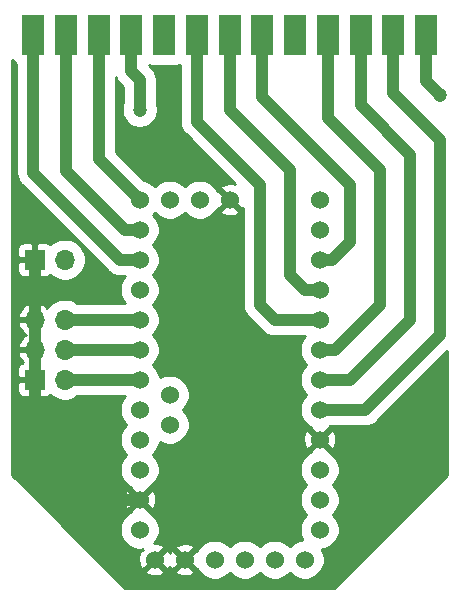
<source format=gbr>
G04 #@! TF.GenerationSoftware,KiCad,Pcbnew,5.1.5+dfsg1-2build2*
G04 #@! TF.CreationDate,2021-03-14T02:46:22+03:00*
G04 #@! TF.ProjectId,grbl-db25,6772626c-2d64-4623-9235-2e6b69636164,rev?*
G04 #@! TF.SameCoordinates,PX66f2fb0PY5e78920*
G04 #@! TF.FileFunction,Copper,L1,Top*
G04 #@! TF.FilePolarity,Positive*
%FSLAX46Y46*%
G04 Gerber Fmt 4.6, Leading zero omitted, Abs format (unit mm)*
G04 Created by KiCad (PCBNEW 5.1.5+dfsg1-2build2) date 2021-03-14 02:46:22*
%MOMM*%
%LPD*%
G04 APERTURE LIST*
%ADD10C,1.524000*%
%ADD11R,1.700000X1.700000*%
%ADD12O,1.700000X1.700000*%
%ADD13R,1.846667X3.480000*%
%ADD14C,1.200000*%
%ADD15C,1.000000*%
%ADD16C,0.254000*%
G04 APERTURE END LIST*
D10*
X13970000Y-35560000D03*
X26670000Y-36830000D03*
X26670000Y-39370000D03*
X26670000Y-41910000D03*
X26670000Y-44450000D03*
X26670000Y-34290000D03*
X26670000Y-16510000D03*
X11430000Y-16510000D03*
X11430000Y-19050000D03*
X11430000Y-21590000D03*
X11430000Y-24130000D03*
X11430000Y-26670000D03*
X11430000Y-29210000D03*
X11430000Y-31750000D03*
X11430000Y-34290000D03*
X11430000Y-36830000D03*
X11430000Y-41910000D03*
X16510000Y-16510000D03*
X13970000Y-16510000D03*
X13970000Y-33020000D03*
X26670000Y-21590000D03*
X11430000Y-39370000D03*
X26670000Y-19050000D03*
X11430000Y-44450000D03*
X20320000Y-46990000D03*
X22860000Y-46990000D03*
X25400000Y-46990000D03*
X17780000Y-46990000D03*
X15240000Y-46990000D03*
X12700000Y-46990000D03*
X19050000Y-16510000D03*
X26670000Y-31750000D03*
X26670000Y-29210000D03*
X26670000Y-26670000D03*
X26670000Y-24130000D03*
D11*
X2540000Y-31750000D03*
D12*
X5080000Y-31750000D03*
X2540000Y-29210000D03*
X5080000Y-29210000D03*
X2540000Y-26670000D03*
X5080000Y-26670000D03*
X5080000Y-21590000D03*
D11*
X2540000Y-21590000D03*
D13*
X35670000Y-2540000D03*
X32900000Y-2540000D03*
X30130000Y-2540000D03*
X27360000Y-2540000D03*
X24590000Y-2540000D03*
X21820000Y-2540000D03*
X19050000Y-2540000D03*
X16280000Y-2540000D03*
X13510000Y-2540000D03*
X10740000Y-2540000D03*
X7970000Y-2540000D03*
X5200000Y-2540000D03*
X2430000Y-2540000D03*
D14*
X36830000Y-7620000D03*
X11430000Y-8890000D03*
D15*
X2540000Y-26670000D02*
X2540000Y-29210000D01*
X2540000Y-29210000D02*
X2540000Y-31750000D01*
X2540000Y-21590000D02*
X2540000Y-26670000D01*
X11430000Y-41910000D02*
X10160000Y-41910000D01*
X2540000Y-34290000D02*
X2540000Y-31750000D01*
X10160000Y-41910000D02*
X2540000Y-34290000D01*
X32900000Y-7500000D02*
X32900000Y-2540000D01*
X36830000Y-11430000D02*
X32900000Y-7500000D01*
X30480000Y-34290000D02*
X36830000Y-27940000D01*
X26670000Y-34290000D02*
X30480000Y-34290000D01*
X36830000Y-27940000D02*
X36830000Y-11430000D01*
X7970000Y-13050000D02*
X11430000Y-16510000D01*
X7970000Y-2540000D02*
X7970000Y-13050000D01*
X10160000Y-19050000D02*
X11430000Y-19050000D01*
X5200000Y-14090000D02*
X5200000Y-2540000D01*
X10160000Y-19050000D02*
X5200000Y-14090000D01*
X9770001Y-21590000D02*
X11430000Y-21590000D01*
X2430000Y-14249999D02*
X2430000Y-2540000D01*
X9770001Y-21590000D02*
X2430000Y-14249999D01*
X11430000Y-26670000D02*
X5080000Y-26670000D01*
X11430000Y-29210000D02*
X5080000Y-29210000D01*
X11430000Y-31750000D02*
X5080000Y-31750000D01*
X16280000Y-9930000D02*
X16280000Y-2540000D01*
X21590000Y-15240000D02*
X16280000Y-9930000D01*
X21590000Y-25400000D02*
X21590000Y-15240000D01*
X22860000Y-26670000D02*
X21590000Y-25400000D01*
X26670000Y-26670000D02*
X22860000Y-26670000D01*
X35670000Y-6460000D02*
X36830000Y-7620000D01*
X35670000Y-2540000D02*
X35670000Y-6460000D01*
X30130000Y-8540000D02*
X30130000Y-2540000D01*
X34290000Y-12700000D02*
X30130000Y-8540000D01*
X29210000Y-31750000D02*
X34290000Y-26670000D01*
X26670000Y-31750000D02*
X29210000Y-31750000D01*
X34290000Y-26670000D02*
X34290000Y-12700000D01*
X27360000Y-9580000D02*
X31750000Y-13970000D01*
X27360000Y-2540000D02*
X27360000Y-9580000D01*
X27940000Y-29210000D02*
X31750000Y-25400000D01*
X26670000Y-29210000D02*
X27940000Y-29210000D01*
X31750000Y-13970000D02*
X31750000Y-25400000D01*
X27747630Y-21590000D02*
X26670000Y-21590000D01*
X29210000Y-15240000D02*
X29210000Y-20127630D01*
X29210000Y-20127630D02*
X27747630Y-21590000D01*
X21820000Y-7850000D02*
X29210000Y-15240000D01*
X21820000Y-2540000D02*
X21820000Y-7850000D01*
X26670000Y-24130000D02*
X25400000Y-24130000D01*
X25400000Y-24130000D02*
X24130000Y-22860000D01*
X24130000Y-22860000D02*
X24130000Y-13970000D01*
X24130000Y-13970000D02*
X19050000Y-8890000D01*
X19050000Y-8890000D02*
X19050000Y-2540000D01*
X10740000Y-5660000D02*
X11430000Y-6350000D01*
X10740000Y-2540000D02*
X10740000Y-5660000D01*
X11430000Y-6350000D02*
X11430000Y-8890000D01*
D16*
G36*
X732166Y-4797505D02*
G01*
X848008Y-4938659D01*
X989162Y-5054501D01*
X1003001Y-5061898D01*
X1003000Y-14179911D01*
X996097Y-14249999D01*
X1003000Y-14320087D01*
X1003000Y-14320096D01*
X1023648Y-14529739D01*
X1105245Y-14798729D01*
X1237752Y-15046632D01*
X1270641Y-15086707D01*
X1371392Y-15209473D01*
X1371395Y-15209476D01*
X1416077Y-15263921D01*
X1470523Y-15308604D01*
X8711396Y-22549478D01*
X8756078Y-22603923D01*
X8810523Y-22648605D01*
X8810526Y-22648608D01*
X8832541Y-22666675D01*
X8973367Y-22782248D01*
X9221270Y-22914755D01*
X9490260Y-22996352D01*
X9699903Y-23017000D01*
X9699913Y-23017000D01*
X9770001Y-23023903D01*
X9840089Y-23017000D01*
X10154393Y-23017000D01*
X10118068Y-23053325D01*
X9933228Y-23329959D01*
X9805908Y-23637337D01*
X9741000Y-23963648D01*
X9741000Y-24296352D01*
X9805908Y-24622663D01*
X9933228Y-24930041D01*
X10118068Y-25206675D01*
X10154393Y-25243000D01*
X6142859Y-25243000D01*
X5921725Y-25095243D01*
X5598332Y-24961289D01*
X5255019Y-24893000D01*
X4904981Y-24893000D01*
X4561668Y-24961289D01*
X4238275Y-25095243D01*
X3947229Y-25289714D01*
X3699714Y-25537229D01*
X3621106Y-25654874D01*
X3421355Y-25474822D01*
X3171252Y-25325843D01*
X2896891Y-25228519D01*
X2667000Y-25349186D01*
X2667000Y-26543000D01*
X2687000Y-26543000D01*
X2687000Y-26797000D01*
X2667000Y-26797000D01*
X2667000Y-29083000D01*
X2687000Y-29083000D01*
X2687000Y-29337000D01*
X2667000Y-29337000D01*
X2667000Y-31623000D01*
X2687000Y-31623000D01*
X2687000Y-31877000D01*
X2667000Y-31877000D01*
X2667000Y-33076250D01*
X2825750Y-33235000D01*
X3390000Y-33238072D01*
X3514482Y-33225812D01*
X3634180Y-33189502D01*
X3744494Y-33130537D01*
X3841185Y-33051185D01*
X3853330Y-33036387D01*
X3947229Y-33130286D01*
X4238275Y-33324757D01*
X4561668Y-33458711D01*
X4904981Y-33527000D01*
X5255019Y-33527000D01*
X5598332Y-33458711D01*
X5921725Y-33324757D01*
X6142859Y-33177000D01*
X10154393Y-33177000D01*
X10118068Y-33213325D01*
X9933228Y-33489959D01*
X9805908Y-33797337D01*
X9741000Y-34123648D01*
X9741000Y-34456352D01*
X9805908Y-34782663D01*
X9933228Y-35090041D01*
X10118068Y-35366675D01*
X10311393Y-35560000D01*
X10118068Y-35753325D01*
X9933228Y-36029959D01*
X9805908Y-36337337D01*
X9741000Y-36663648D01*
X9741000Y-36996352D01*
X9805908Y-37322663D01*
X9933228Y-37630041D01*
X10118068Y-37906675D01*
X10311393Y-38100000D01*
X10118068Y-38293325D01*
X9933228Y-38569959D01*
X9805908Y-38877337D01*
X9741000Y-39203648D01*
X9741000Y-39536352D01*
X9805908Y-39862663D01*
X9933228Y-40170041D01*
X10118068Y-40446675D01*
X10353325Y-40681932D01*
X10629959Y-40866772D01*
X10662003Y-40880045D01*
X10644040Y-40944435D01*
X11430000Y-41730395D01*
X12215960Y-40944435D01*
X12197997Y-40880045D01*
X12230041Y-40866772D01*
X12506675Y-40681932D01*
X12741932Y-40446675D01*
X12926772Y-40170041D01*
X13054092Y-39862663D01*
X13119000Y-39536352D01*
X13119000Y-39203648D01*
X13054092Y-38877337D01*
X12926772Y-38569959D01*
X12741932Y-38293325D01*
X12548607Y-38100000D01*
X12741932Y-37906675D01*
X12926772Y-37630041D01*
X13054092Y-37322663D01*
X13114370Y-37019629D01*
X13169959Y-37056772D01*
X13477337Y-37184092D01*
X13803648Y-37249000D01*
X14136352Y-37249000D01*
X14462663Y-37184092D01*
X14770041Y-37056772D01*
X15001649Y-36902017D01*
X25268090Y-36902017D01*
X25309078Y-37174133D01*
X25402364Y-37433023D01*
X25464344Y-37548980D01*
X25704435Y-37615960D01*
X26490395Y-36830000D01*
X26849605Y-36830000D01*
X27635565Y-37615960D01*
X27875656Y-37548980D01*
X27992756Y-37299952D01*
X28059023Y-37032865D01*
X28071910Y-36757983D01*
X28030922Y-36485867D01*
X27937636Y-36226977D01*
X27875656Y-36111020D01*
X27635565Y-36044040D01*
X26849605Y-36830000D01*
X26490395Y-36830000D01*
X25704435Y-36044040D01*
X25464344Y-36111020D01*
X25347244Y-36360048D01*
X25280977Y-36627135D01*
X25268090Y-36902017D01*
X15001649Y-36902017D01*
X15046675Y-36871932D01*
X15281932Y-36636675D01*
X15466772Y-36360041D01*
X15594092Y-36052663D01*
X15659000Y-35726352D01*
X15659000Y-35393648D01*
X15594092Y-35067337D01*
X15466772Y-34759959D01*
X15281932Y-34483325D01*
X15088607Y-34290000D01*
X15281932Y-34096675D01*
X15466772Y-33820041D01*
X15594092Y-33512663D01*
X15659000Y-33186352D01*
X15659000Y-32853648D01*
X15594092Y-32527337D01*
X15466772Y-32219959D01*
X15281932Y-31943325D01*
X15046675Y-31708068D01*
X14770041Y-31523228D01*
X14462663Y-31395908D01*
X14136352Y-31331000D01*
X13803648Y-31331000D01*
X13477337Y-31395908D01*
X13169959Y-31523228D01*
X13114370Y-31560371D01*
X13054092Y-31257337D01*
X12926772Y-30949959D01*
X12741932Y-30673325D01*
X12548607Y-30480000D01*
X12741932Y-30286675D01*
X12926772Y-30010041D01*
X13054092Y-29702663D01*
X13119000Y-29376352D01*
X13119000Y-29043648D01*
X13054092Y-28717337D01*
X12926772Y-28409959D01*
X12741932Y-28133325D01*
X12548607Y-27940000D01*
X12741932Y-27746675D01*
X12926772Y-27470041D01*
X13054092Y-27162663D01*
X13119000Y-26836352D01*
X13119000Y-26503648D01*
X13054092Y-26177337D01*
X12926772Y-25869959D01*
X12741932Y-25593325D01*
X12548607Y-25400000D01*
X12741932Y-25206675D01*
X12926772Y-24930041D01*
X13054092Y-24622663D01*
X13119000Y-24296352D01*
X13119000Y-23963648D01*
X13054092Y-23637337D01*
X12926772Y-23329959D01*
X12741932Y-23053325D01*
X12548607Y-22860000D01*
X12741932Y-22666675D01*
X12926772Y-22390041D01*
X13054092Y-22082663D01*
X13119000Y-21756352D01*
X13119000Y-21423648D01*
X13054092Y-21097337D01*
X12926772Y-20789959D01*
X12741932Y-20513325D01*
X12548607Y-20320000D01*
X12741932Y-20126675D01*
X12926772Y-19850041D01*
X13054092Y-19542663D01*
X13119000Y-19216352D01*
X13119000Y-18883648D01*
X13054092Y-18557337D01*
X12926772Y-18249959D01*
X12741932Y-17973325D01*
X12548607Y-17780000D01*
X12700000Y-17628607D01*
X12893325Y-17821932D01*
X13169959Y-18006772D01*
X13477337Y-18134092D01*
X13803648Y-18199000D01*
X14136352Y-18199000D01*
X14462663Y-18134092D01*
X14770041Y-18006772D01*
X15046675Y-17821932D01*
X15240000Y-17628607D01*
X15433325Y-17821932D01*
X15709959Y-18006772D01*
X16017337Y-18134092D01*
X16343648Y-18199000D01*
X16676352Y-18199000D01*
X17002663Y-18134092D01*
X17310041Y-18006772D01*
X17586675Y-17821932D01*
X17821932Y-17586675D01*
X17896172Y-17475565D01*
X18264040Y-17475565D01*
X18331020Y-17715656D01*
X18580048Y-17832756D01*
X18847135Y-17899023D01*
X19122017Y-17911910D01*
X19394133Y-17870922D01*
X19653023Y-17777636D01*
X19768980Y-17715656D01*
X19835960Y-17475565D01*
X19050000Y-16689605D01*
X18264040Y-17475565D01*
X17896172Y-17475565D01*
X18006772Y-17310041D01*
X18020045Y-17277997D01*
X18084435Y-17295960D01*
X18870395Y-16510000D01*
X18084435Y-15724040D01*
X18020045Y-15742003D01*
X18006772Y-15709959D01*
X17821932Y-15433325D01*
X17586675Y-15198068D01*
X17310041Y-15013228D01*
X17002663Y-14885908D01*
X16676352Y-14821000D01*
X16343648Y-14821000D01*
X16017337Y-14885908D01*
X15709959Y-15013228D01*
X15433325Y-15198068D01*
X15240000Y-15391393D01*
X15046675Y-15198068D01*
X14770041Y-15013228D01*
X14462663Y-14885908D01*
X14136352Y-14821000D01*
X13803648Y-14821000D01*
X13477337Y-14885908D01*
X13169959Y-15013228D01*
X12893325Y-15198068D01*
X12700000Y-15391393D01*
X12506675Y-15198068D01*
X12230041Y-15013228D01*
X11922663Y-14885908D01*
X11799490Y-14861407D01*
X9397000Y-12458918D01*
X9397000Y-6148582D01*
X9415246Y-6208731D01*
X9547753Y-6456634D01*
X9681392Y-6619474D01*
X9681396Y-6619478D01*
X9726078Y-6673923D01*
X9780524Y-6718606D01*
X10003000Y-6941082D01*
X10003001Y-8344836D01*
X9961681Y-8444590D01*
X9903000Y-8739604D01*
X9903000Y-9040396D01*
X9961681Y-9335410D01*
X10076790Y-9613306D01*
X10243901Y-9863406D01*
X10456594Y-10076099D01*
X10706694Y-10243210D01*
X10984590Y-10358319D01*
X11279604Y-10417000D01*
X11580396Y-10417000D01*
X11875410Y-10358319D01*
X12153306Y-10243210D01*
X12403406Y-10076099D01*
X12616099Y-9863406D01*
X12783210Y-9613306D01*
X12898319Y-9335410D01*
X12957000Y-9040396D01*
X12957000Y-8739604D01*
X12898319Y-8444590D01*
X12857000Y-8344838D01*
X12857000Y-6420087D01*
X12863903Y-6349999D01*
X12857000Y-6279911D01*
X12857000Y-6279902D01*
X12836352Y-6070259D01*
X12754755Y-5801269D01*
X12622248Y-5553366D01*
X12443922Y-5336077D01*
X12389472Y-5291391D01*
X12242344Y-5144263D01*
X12404943Y-5193587D01*
X12586667Y-5211485D01*
X14433333Y-5211485D01*
X14615057Y-5193587D01*
X14789797Y-5140580D01*
X14853001Y-5106797D01*
X14853000Y-9859912D01*
X14846097Y-9930000D01*
X14853000Y-10000088D01*
X14853000Y-10000097D01*
X14873648Y-10209740D01*
X14955245Y-10478730D01*
X15037900Y-10633366D01*
X15087753Y-10726634D01*
X15221392Y-10889474D01*
X15221395Y-10889477D01*
X15266077Y-10943922D01*
X15320523Y-10988605D01*
X19518900Y-15186983D01*
X19252865Y-15120977D01*
X18977983Y-15108090D01*
X18705867Y-15149078D01*
X18446977Y-15242364D01*
X18331020Y-15304344D01*
X18264040Y-15544435D01*
X19050000Y-16330395D01*
X19064143Y-16316253D01*
X19243748Y-16495858D01*
X19229605Y-16510000D01*
X20015565Y-17295960D01*
X20163001Y-17254829D01*
X20163000Y-25329912D01*
X20156097Y-25400000D01*
X20163000Y-25470088D01*
X20163000Y-25470097D01*
X20183648Y-25679740D01*
X20265245Y-25948730D01*
X20397752Y-26196633D01*
X20397753Y-26196634D01*
X20531392Y-26359474D01*
X20531393Y-26359475D01*
X20576077Y-26413922D01*
X20630523Y-26458605D01*
X21801390Y-27629472D01*
X21846077Y-27683923D01*
X22063366Y-27862248D01*
X22311269Y-27994755D01*
X22580259Y-28076352D01*
X22789902Y-28097000D01*
X22789911Y-28097000D01*
X22859999Y-28103903D01*
X22930087Y-28097000D01*
X25394393Y-28097000D01*
X25358068Y-28133325D01*
X25173228Y-28409959D01*
X25045908Y-28717337D01*
X24981000Y-29043648D01*
X24981000Y-29376352D01*
X25045908Y-29702663D01*
X25173228Y-30010041D01*
X25358068Y-30286675D01*
X25551393Y-30480000D01*
X25358068Y-30673325D01*
X25173228Y-30949959D01*
X25045908Y-31257337D01*
X24981000Y-31583648D01*
X24981000Y-31916352D01*
X25045908Y-32242663D01*
X25173228Y-32550041D01*
X25358068Y-32826675D01*
X25551393Y-33020000D01*
X25358068Y-33213325D01*
X25173228Y-33489959D01*
X25045908Y-33797337D01*
X24981000Y-34123648D01*
X24981000Y-34456352D01*
X25045908Y-34782663D01*
X25173228Y-35090041D01*
X25358068Y-35366675D01*
X25593325Y-35601932D01*
X25869959Y-35786772D01*
X25902003Y-35800045D01*
X25884040Y-35864435D01*
X26670000Y-36650395D01*
X27455960Y-35864435D01*
X27437997Y-35800045D01*
X27470041Y-35786772D01*
X27574463Y-35717000D01*
X30409912Y-35717000D01*
X30480000Y-35723903D01*
X30550088Y-35717000D01*
X30550098Y-35717000D01*
X30759741Y-35696352D01*
X31028731Y-35614755D01*
X31276634Y-35482248D01*
X31493923Y-35303923D01*
X31538609Y-35249473D01*
X37440001Y-29348082D01*
X37440001Y-39850393D01*
X27887394Y-49403000D01*
X10212606Y-49403000D01*
X8765171Y-47955565D01*
X11914040Y-47955565D01*
X11981020Y-48195656D01*
X12230048Y-48312756D01*
X12497135Y-48379023D01*
X12772017Y-48391910D01*
X13044133Y-48350922D01*
X13303023Y-48257636D01*
X13418980Y-48195656D01*
X13485960Y-47955565D01*
X14454040Y-47955565D01*
X14521020Y-48195656D01*
X14770048Y-48312756D01*
X15037135Y-48379023D01*
X15312017Y-48391910D01*
X15584133Y-48350922D01*
X15843023Y-48257636D01*
X15958980Y-48195656D01*
X16025960Y-47955565D01*
X15240000Y-47169605D01*
X14454040Y-47955565D01*
X13485960Y-47955565D01*
X12700000Y-47169605D01*
X11914040Y-47955565D01*
X8765171Y-47955565D01*
X5093254Y-44283648D01*
X9741000Y-44283648D01*
X9741000Y-44616352D01*
X9805908Y-44942663D01*
X9933228Y-45250041D01*
X10118068Y-45526675D01*
X10353325Y-45761932D01*
X10629959Y-45946772D01*
X10937337Y-46074092D01*
X11263648Y-46139000D01*
X11596352Y-46139000D01*
X11657274Y-46126882D01*
X11734433Y-46204041D01*
X11494344Y-46271020D01*
X11377244Y-46520048D01*
X11310977Y-46787135D01*
X11298090Y-47062017D01*
X11339078Y-47334133D01*
X11432364Y-47593023D01*
X11494344Y-47708980D01*
X11734435Y-47775960D01*
X12520395Y-46990000D01*
X12879605Y-46990000D01*
X13665565Y-47775960D01*
X13905656Y-47708980D01*
X13967079Y-47578356D01*
X13972364Y-47593023D01*
X14034344Y-47708980D01*
X14274435Y-47775960D01*
X15060395Y-46990000D01*
X15419605Y-46990000D01*
X16205565Y-47775960D01*
X16269955Y-47757997D01*
X16283228Y-47790041D01*
X16468068Y-48066675D01*
X16703325Y-48301932D01*
X16979959Y-48486772D01*
X17287337Y-48614092D01*
X17613648Y-48679000D01*
X17946352Y-48679000D01*
X18272663Y-48614092D01*
X18580041Y-48486772D01*
X18856675Y-48301932D01*
X19050000Y-48108607D01*
X19243325Y-48301932D01*
X19519959Y-48486772D01*
X19827337Y-48614092D01*
X20153648Y-48679000D01*
X20486352Y-48679000D01*
X20812663Y-48614092D01*
X21120041Y-48486772D01*
X21396675Y-48301932D01*
X21590000Y-48108607D01*
X21783325Y-48301932D01*
X22059959Y-48486772D01*
X22367337Y-48614092D01*
X22693648Y-48679000D01*
X23026352Y-48679000D01*
X23352663Y-48614092D01*
X23660041Y-48486772D01*
X23936675Y-48301932D01*
X24130000Y-48108607D01*
X24323325Y-48301932D01*
X24599959Y-48486772D01*
X24907337Y-48614092D01*
X25233648Y-48679000D01*
X25566352Y-48679000D01*
X25892663Y-48614092D01*
X26200041Y-48486772D01*
X26476675Y-48301932D01*
X26711932Y-48066675D01*
X26896772Y-47790041D01*
X27024092Y-47482663D01*
X27089000Y-47156352D01*
X27089000Y-46823648D01*
X27024092Y-46497337D01*
X26896772Y-46189959D01*
X26859629Y-46134370D01*
X27162663Y-46074092D01*
X27470041Y-45946772D01*
X27746675Y-45761932D01*
X27981932Y-45526675D01*
X28166772Y-45250041D01*
X28294092Y-44942663D01*
X28359000Y-44616352D01*
X28359000Y-44283648D01*
X28294092Y-43957337D01*
X28166772Y-43649959D01*
X27981932Y-43373325D01*
X27788607Y-43180000D01*
X27981932Y-42986675D01*
X28166772Y-42710041D01*
X28294092Y-42402663D01*
X28359000Y-42076352D01*
X28359000Y-41743648D01*
X28294092Y-41417337D01*
X28166772Y-41109959D01*
X27981932Y-40833325D01*
X27788607Y-40640000D01*
X27981932Y-40446675D01*
X28166772Y-40170041D01*
X28294092Y-39862663D01*
X28359000Y-39536352D01*
X28359000Y-39203648D01*
X28294092Y-38877337D01*
X28166772Y-38569959D01*
X27981932Y-38293325D01*
X27746675Y-38058068D01*
X27470041Y-37873228D01*
X27437997Y-37859955D01*
X27455960Y-37795565D01*
X26670000Y-37009605D01*
X25884040Y-37795565D01*
X25902003Y-37859955D01*
X25869959Y-37873228D01*
X25593325Y-38058068D01*
X25358068Y-38293325D01*
X25173228Y-38569959D01*
X25045908Y-38877337D01*
X24981000Y-39203648D01*
X24981000Y-39536352D01*
X25045908Y-39862663D01*
X25173228Y-40170041D01*
X25358068Y-40446675D01*
X25551393Y-40640000D01*
X25358068Y-40833325D01*
X25173228Y-41109959D01*
X25045908Y-41417337D01*
X24981000Y-41743648D01*
X24981000Y-42076352D01*
X25045908Y-42402663D01*
X25173228Y-42710041D01*
X25358068Y-42986675D01*
X25551393Y-43180000D01*
X25358068Y-43373325D01*
X25173228Y-43649959D01*
X25045908Y-43957337D01*
X24981000Y-44283648D01*
X24981000Y-44616352D01*
X25045908Y-44942663D01*
X25173228Y-45250041D01*
X25210371Y-45305630D01*
X24907337Y-45365908D01*
X24599959Y-45493228D01*
X24323325Y-45678068D01*
X24130000Y-45871393D01*
X23936675Y-45678068D01*
X23660041Y-45493228D01*
X23352663Y-45365908D01*
X23026352Y-45301000D01*
X22693648Y-45301000D01*
X22367337Y-45365908D01*
X22059959Y-45493228D01*
X21783325Y-45678068D01*
X21590000Y-45871393D01*
X21396675Y-45678068D01*
X21120041Y-45493228D01*
X20812663Y-45365908D01*
X20486352Y-45301000D01*
X20153648Y-45301000D01*
X19827337Y-45365908D01*
X19519959Y-45493228D01*
X19243325Y-45678068D01*
X19050000Y-45871393D01*
X18856675Y-45678068D01*
X18580041Y-45493228D01*
X18272663Y-45365908D01*
X17946352Y-45301000D01*
X17613648Y-45301000D01*
X17287337Y-45365908D01*
X16979959Y-45493228D01*
X16703325Y-45678068D01*
X16468068Y-45913325D01*
X16283228Y-46189959D01*
X16269955Y-46222003D01*
X16205565Y-46204040D01*
X15419605Y-46990000D01*
X15060395Y-46990000D01*
X14274435Y-46204040D01*
X14034344Y-46271020D01*
X13972921Y-46401644D01*
X13967636Y-46386977D01*
X13905656Y-46271020D01*
X13665565Y-46204040D01*
X12879605Y-46990000D01*
X12520395Y-46990000D01*
X12506253Y-46975858D01*
X12685858Y-46796253D01*
X12700000Y-46810395D01*
X13485960Y-46024435D01*
X14454040Y-46024435D01*
X15240000Y-46810395D01*
X16025960Y-46024435D01*
X15958980Y-45784344D01*
X15709952Y-45667244D01*
X15442865Y-45600977D01*
X15167983Y-45588090D01*
X14895867Y-45629078D01*
X14636977Y-45722364D01*
X14521020Y-45784344D01*
X14454040Y-46024435D01*
X13485960Y-46024435D01*
X13418980Y-45784344D01*
X13169952Y-45667244D01*
X12902865Y-45600977D01*
X12678164Y-45590443D01*
X12741932Y-45526675D01*
X12926772Y-45250041D01*
X13054092Y-44942663D01*
X13119000Y-44616352D01*
X13119000Y-44283648D01*
X13054092Y-43957337D01*
X12926772Y-43649959D01*
X12741932Y-43373325D01*
X12506675Y-43138068D01*
X12230041Y-42953228D01*
X12197997Y-42939955D01*
X12215960Y-42875565D01*
X11430000Y-42089605D01*
X10644040Y-42875565D01*
X10662003Y-42939955D01*
X10629959Y-42953228D01*
X10353325Y-43138068D01*
X10118068Y-43373325D01*
X9933228Y-43649959D01*
X9805908Y-43957337D01*
X9741000Y-44283648D01*
X5093254Y-44283648D01*
X2791623Y-41982017D01*
X10028090Y-41982017D01*
X10069078Y-42254133D01*
X10162364Y-42513023D01*
X10224344Y-42628980D01*
X10464435Y-42695960D01*
X11250395Y-41910000D01*
X11609605Y-41910000D01*
X12395565Y-42695960D01*
X12635656Y-42628980D01*
X12752756Y-42379952D01*
X12819023Y-42112865D01*
X12831910Y-41837983D01*
X12790922Y-41565867D01*
X12697636Y-41306977D01*
X12635656Y-41191020D01*
X12395565Y-41124040D01*
X11609605Y-41910000D01*
X11250395Y-41910000D01*
X10464435Y-41124040D01*
X10224344Y-41191020D01*
X10107244Y-41440048D01*
X10040977Y-41707135D01*
X10028090Y-41982017D01*
X2791623Y-41982017D01*
X660000Y-39850394D01*
X660000Y-32600000D01*
X1051928Y-32600000D01*
X1064188Y-32724482D01*
X1100498Y-32844180D01*
X1159463Y-32954494D01*
X1238815Y-33051185D01*
X1335506Y-33130537D01*
X1445820Y-33189502D01*
X1565518Y-33225812D01*
X1690000Y-33238072D01*
X2254250Y-33235000D01*
X2413000Y-33076250D01*
X2413000Y-31877000D01*
X1213750Y-31877000D01*
X1055000Y-32035750D01*
X1051928Y-32600000D01*
X660000Y-32600000D01*
X660000Y-30900000D01*
X1051928Y-30900000D01*
X1055000Y-31464250D01*
X1213750Y-31623000D01*
X2413000Y-31623000D01*
X2413000Y-29337000D01*
X1219845Y-29337000D01*
X1098524Y-29566890D01*
X1143175Y-29714099D01*
X1268359Y-29976920D01*
X1442412Y-30210269D01*
X1526466Y-30286034D01*
X1445820Y-30310498D01*
X1335506Y-30369463D01*
X1238815Y-30448815D01*
X1159463Y-30545506D01*
X1100498Y-30655820D01*
X1064188Y-30775518D01*
X1051928Y-30900000D01*
X660000Y-30900000D01*
X660000Y-27026890D01*
X1098524Y-27026890D01*
X1143175Y-27174099D01*
X1268359Y-27436920D01*
X1442412Y-27670269D01*
X1658645Y-27865178D01*
X1784255Y-27940000D01*
X1658645Y-28014822D01*
X1442412Y-28209731D01*
X1268359Y-28443080D01*
X1143175Y-28705901D01*
X1098524Y-28853110D01*
X1219845Y-29083000D01*
X2413000Y-29083000D01*
X2413000Y-26797000D01*
X1219845Y-26797000D01*
X1098524Y-27026890D01*
X660000Y-27026890D01*
X660000Y-26313110D01*
X1098524Y-26313110D01*
X1219845Y-26543000D01*
X2413000Y-26543000D01*
X2413000Y-25349186D01*
X2183109Y-25228519D01*
X1908748Y-25325843D01*
X1658645Y-25474822D01*
X1442412Y-25669731D01*
X1268359Y-25903080D01*
X1143175Y-26165901D01*
X1098524Y-26313110D01*
X660000Y-26313110D01*
X660000Y-22440000D01*
X1051928Y-22440000D01*
X1064188Y-22564482D01*
X1100498Y-22684180D01*
X1159463Y-22794494D01*
X1238815Y-22891185D01*
X1335506Y-22970537D01*
X1445820Y-23029502D01*
X1565518Y-23065812D01*
X1690000Y-23078072D01*
X2254250Y-23075000D01*
X2413000Y-22916250D01*
X2413000Y-21717000D01*
X1213750Y-21717000D01*
X1055000Y-21875750D01*
X1051928Y-22440000D01*
X660000Y-22440000D01*
X660000Y-20740000D01*
X1051928Y-20740000D01*
X1055000Y-21304250D01*
X1213750Y-21463000D01*
X2413000Y-21463000D01*
X2413000Y-20263750D01*
X2667000Y-20263750D01*
X2667000Y-21463000D01*
X2687000Y-21463000D01*
X2687000Y-21717000D01*
X2667000Y-21717000D01*
X2667000Y-22916250D01*
X2825750Y-23075000D01*
X3390000Y-23078072D01*
X3514482Y-23065812D01*
X3634180Y-23029502D01*
X3744494Y-22970537D01*
X3841185Y-22891185D01*
X3853330Y-22876387D01*
X3947229Y-22970286D01*
X4238275Y-23164757D01*
X4561668Y-23298711D01*
X4904981Y-23367000D01*
X5255019Y-23367000D01*
X5598332Y-23298711D01*
X5921725Y-23164757D01*
X6212771Y-22970286D01*
X6460286Y-22722771D01*
X6654757Y-22431725D01*
X6788711Y-22108332D01*
X6857000Y-21765019D01*
X6857000Y-21414981D01*
X6788711Y-21071668D01*
X6654757Y-20748275D01*
X6460286Y-20457229D01*
X6212771Y-20209714D01*
X5921725Y-20015243D01*
X5598332Y-19881289D01*
X5255019Y-19813000D01*
X4904981Y-19813000D01*
X4561668Y-19881289D01*
X4238275Y-20015243D01*
X3947229Y-20209714D01*
X3853330Y-20303613D01*
X3841185Y-20288815D01*
X3744494Y-20209463D01*
X3634180Y-20150498D01*
X3514482Y-20114188D01*
X3390000Y-20101928D01*
X2825750Y-20105000D01*
X2667000Y-20263750D01*
X2413000Y-20263750D01*
X2254250Y-20105000D01*
X1690000Y-20101928D01*
X1565518Y-20114188D01*
X1445820Y-20150498D01*
X1335506Y-20209463D01*
X1238815Y-20288815D01*
X1159463Y-20385506D01*
X1100498Y-20495820D01*
X1064188Y-20615518D01*
X1051928Y-20740000D01*
X660000Y-20740000D01*
X660000Y-4662493D01*
X732166Y-4797505D01*
G37*
X732166Y-4797505D02*
X848008Y-4938659D01*
X989162Y-5054501D01*
X1003001Y-5061898D01*
X1003000Y-14179911D01*
X996097Y-14249999D01*
X1003000Y-14320087D01*
X1003000Y-14320096D01*
X1023648Y-14529739D01*
X1105245Y-14798729D01*
X1237752Y-15046632D01*
X1270641Y-15086707D01*
X1371392Y-15209473D01*
X1371395Y-15209476D01*
X1416077Y-15263921D01*
X1470523Y-15308604D01*
X8711396Y-22549478D01*
X8756078Y-22603923D01*
X8810523Y-22648605D01*
X8810526Y-22648608D01*
X8832541Y-22666675D01*
X8973367Y-22782248D01*
X9221270Y-22914755D01*
X9490260Y-22996352D01*
X9699903Y-23017000D01*
X9699913Y-23017000D01*
X9770001Y-23023903D01*
X9840089Y-23017000D01*
X10154393Y-23017000D01*
X10118068Y-23053325D01*
X9933228Y-23329959D01*
X9805908Y-23637337D01*
X9741000Y-23963648D01*
X9741000Y-24296352D01*
X9805908Y-24622663D01*
X9933228Y-24930041D01*
X10118068Y-25206675D01*
X10154393Y-25243000D01*
X6142859Y-25243000D01*
X5921725Y-25095243D01*
X5598332Y-24961289D01*
X5255019Y-24893000D01*
X4904981Y-24893000D01*
X4561668Y-24961289D01*
X4238275Y-25095243D01*
X3947229Y-25289714D01*
X3699714Y-25537229D01*
X3621106Y-25654874D01*
X3421355Y-25474822D01*
X3171252Y-25325843D01*
X2896891Y-25228519D01*
X2667000Y-25349186D01*
X2667000Y-26543000D01*
X2687000Y-26543000D01*
X2687000Y-26797000D01*
X2667000Y-26797000D01*
X2667000Y-29083000D01*
X2687000Y-29083000D01*
X2687000Y-29337000D01*
X2667000Y-29337000D01*
X2667000Y-31623000D01*
X2687000Y-31623000D01*
X2687000Y-31877000D01*
X2667000Y-31877000D01*
X2667000Y-33076250D01*
X2825750Y-33235000D01*
X3390000Y-33238072D01*
X3514482Y-33225812D01*
X3634180Y-33189502D01*
X3744494Y-33130537D01*
X3841185Y-33051185D01*
X3853330Y-33036387D01*
X3947229Y-33130286D01*
X4238275Y-33324757D01*
X4561668Y-33458711D01*
X4904981Y-33527000D01*
X5255019Y-33527000D01*
X5598332Y-33458711D01*
X5921725Y-33324757D01*
X6142859Y-33177000D01*
X10154393Y-33177000D01*
X10118068Y-33213325D01*
X9933228Y-33489959D01*
X9805908Y-33797337D01*
X9741000Y-34123648D01*
X9741000Y-34456352D01*
X9805908Y-34782663D01*
X9933228Y-35090041D01*
X10118068Y-35366675D01*
X10311393Y-35560000D01*
X10118068Y-35753325D01*
X9933228Y-36029959D01*
X9805908Y-36337337D01*
X9741000Y-36663648D01*
X9741000Y-36996352D01*
X9805908Y-37322663D01*
X9933228Y-37630041D01*
X10118068Y-37906675D01*
X10311393Y-38100000D01*
X10118068Y-38293325D01*
X9933228Y-38569959D01*
X9805908Y-38877337D01*
X9741000Y-39203648D01*
X9741000Y-39536352D01*
X9805908Y-39862663D01*
X9933228Y-40170041D01*
X10118068Y-40446675D01*
X10353325Y-40681932D01*
X10629959Y-40866772D01*
X10662003Y-40880045D01*
X10644040Y-40944435D01*
X11430000Y-41730395D01*
X12215960Y-40944435D01*
X12197997Y-40880045D01*
X12230041Y-40866772D01*
X12506675Y-40681932D01*
X12741932Y-40446675D01*
X12926772Y-40170041D01*
X13054092Y-39862663D01*
X13119000Y-39536352D01*
X13119000Y-39203648D01*
X13054092Y-38877337D01*
X12926772Y-38569959D01*
X12741932Y-38293325D01*
X12548607Y-38100000D01*
X12741932Y-37906675D01*
X12926772Y-37630041D01*
X13054092Y-37322663D01*
X13114370Y-37019629D01*
X13169959Y-37056772D01*
X13477337Y-37184092D01*
X13803648Y-37249000D01*
X14136352Y-37249000D01*
X14462663Y-37184092D01*
X14770041Y-37056772D01*
X15001649Y-36902017D01*
X25268090Y-36902017D01*
X25309078Y-37174133D01*
X25402364Y-37433023D01*
X25464344Y-37548980D01*
X25704435Y-37615960D01*
X26490395Y-36830000D01*
X26849605Y-36830000D01*
X27635565Y-37615960D01*
X27875656Y-37548980D01*
X27992756Y-37299952D01*
X28059023Y-37032865D01*
X28071910Y-36757983D01*
X28030922Y-36485867D01*
X27937636Y-36226977D01*
X27875656Y-36111020D01*
X27635565Y-36044040D01*
X26849605Y-36830000D01*
X26490395Y-36830000D01*
X25704435Y-36044040D01*
X25464344Y-36111020D01*
X25347244Y-36360048D01*
X25280977Y-36627135D01*
X25268090Y-36902017D01*
X15001649Y-36902017D01*
X15046675Y-36871932D01*
X15281932Y-36636675D01*
X15466772Y-36360041D01*
X15594092Y-36052663D01*
X15659000Y-35726352D01*
X15659000Y-35393648D01*
X15594092Y-35067337D01*
X15466772Y-34759959D01*
X15281932Y-34483325D01*
X15088607Y-34290000D01*
X15281932Y-34096675D01*
X15466772Y-33820041D01*
X15594092Y-33512663D01*
X15659000Y-33186352D01*
X15659000Y-32853648D01*
X15594092Y-32527337D01*
X15466772Y-32219959D01*
X15281932Y-31943325D01*
X15046675Y-31708068D01*
X14770041Y-31523228D01*
X14462663Y-31395908D01*
X14136352Y-31331000D01*
X13803648Y-31331000D01*
X13477337Y-31395908D01*
X13169959Y-31523228D01*
X13114370Y-31560371D01*
X13054092Y-31257337D01*
X12926772Y-30949959D01*
X12741932Y-30673325D01*
X12548607Y-30480000D01*
X12741932Y-30286675D01*
X12926772Y-30010041D01*
X13054092Y-29702663D01*
X13119000Y-29376352D01*
X13119000Y-29043648D01*
X13054092Y-28717337D01*
X12926772Y-28409959D01*
X12741932Y-28133325D01*
X12548607Y-27940000D01*
X12741932Y-27746675D01*
X12926772Y-27470041D01*
X13054092Y-27162663D01*
X13119000Y-26836352D01*
X13119000Y-26503648D01*
X13054092Y-26177337D01*
X12926772Y-25869959D01*
X12741932Y-25593325D01*
X12548607Y-25400000D01*
X12741932Y-25206675D01*
X12926772Y-24930041D01*
X13054092Y-24622663D01*
X13119000Y-24296352D01*
X13119000Y-23963648D01*
X13054092Y-23637337D01*
X12926772Y-23329959D01*
X12741932Y-23053325D01*
X12548607Y-22860000D01*
X12741932Y-22666675D01*
X12926772Y-22390041D01*
X13054092Y-22082663D01*
X13119000Y-21756352D01*
X13119000Y-21423648D01*
X13054092Y-21097337D01*
X12926772Y-20789959D01*
X12741932Y-20513325D01*
X12548607Y-20320000D01*
X12741932Y-20126675D01*
X12926772Y-19850041D01*
X13054092Y-19542663D01*
X13119000Y-19216352D01*
X13119000Y-18883648D01*
X13054092Y-18557337D01*
X12926772Y-18249959D01*
X12741932Y-17973325D01*
X12548607Y-17780000D01*
X12700000Y-17628607D01*
X12893325Y-17821932D01*
X13169959Y-18006772D01*
X13477337Y-18134092D01*
X13803648Y-18199000D01*
X14136352Y-18199000D01*
X14462663Y-18134092D01*
X14770041Y-18006772D01*
X15046675Y-17821932D01*
X15240000Y-17628607D01*
X15433325Y-17821932D01*
X15709959Y-18006772D01*
X16017337Y-18134092D01*
X16343648Y-18199000D01*
X16676352Y-18199000D01*
X17002663Y-18134092D01*
X17310041Y-18006772D01*
X17586675Y-17821932D01*
X17821932Y-17586675D01*
X17896172Y-17475565D01*
X18264040Y-17475565D01*
X18331020Y-17715656D01*
X18580048Y-17832756D01*
X18847135Y-17899023D01*
X19122017Y-17911910D01*
X19394133Y-17870922D01*
X19653023Y-17777636D01*
X19768980Y-17715656D01*
X19835960Y-17475565D01*
X19050000Y-16689605D01*
X18264040Y-17475565D01*
X17896172Y-17475565D01*
X18006772Y-17310041D01*
X18020045Y-17277997D01*
X18084435Y-17295960D01*
X18870395Y-16510000D01*
X18084435Y-15724040D01*
X18020045Y-15742003D01*
X18006772Y-15709959D01*
X17821932Y-15433325D01*
X17586675Y-15198068D01*
X17310041Y-15013228D01*
X17002663Y-14885908D01*
X16676352Y-14821000D01*
X16343648Y-14821000D01*
X16017337Y-14885908D01*
X15709959Y-15013228D01*
X15433325Y-15198068D01*
X15240000Y-15391393D01*
X15046675Y-15198068D01*
X14770041Y-15013228D01*
X14462663Y-14885908D01*
X14136352Y-14821000D01*
X13803648Y-14821000D01*
X13477337Y-14885908D01*
X13169959Y-15013228D01*
X12893325Y-15198068D01*
X12700000Y-15391393D01*
X12506675Y-15198068D01*
X12230041Y-15013228D01*
X11922663Y-14885908D01*
X11799490Y-14861407D01*
X9397000Y-12458918D01*
X9397000Y-6148582D01*
X9415246Y-6208731D01*
X9547753Y-6456634D01*
X9681392Y-6619474D01*
X9681396Y-6619478D01*
X9726078Y-6673923D01*
X9780524Y-6718606D01*
X10003000Y-6941082D01*
X10003001Y-8344836D01*
X9961681Y-8444590D01*
X9903000Y-8739604D01*
X9903000Y-9040396D01*
X9961681Y-9335410D01*
X10076790Y-9613306D01*
X10243901Y-9863406D01*
X10456594Y-10076099D01*
X10706694Y-10243210D01*
X10984590Y-10358319D01*
X11279604Y-10417000D01*
X11580396Y-10417000D01*
X11875410Y-10358319D01*
X12153306Y-10243210D01*
X12403406Y-10076099D01*
X12616099Y-9863406D01*
X12783210Y-9613306D01*
X12898319Y-9335410D01*
X12957000Y-9040396D01*
X12957000Y-8739604D01*
X12898319Y-8444590D01*
X12857000Y-8344838D01*
X12857000Y-6420087D01*
X12863903Y-6349999D01*
X12857000Y-6279911D01*
X12857000Y-6279902D01*
X12836352Y-6070259D01*
X12754755Y-5801269D01*
X12622248Y-5553366D01*
X12443922Y-5336077D01*
X12389472Y-5291391D01*
X12242344Y-5144263D01*
X12404943Y-5193587D01*
X12586667Y-5211485D01*
X14433333Y-5211485D01*
X14615057Y-5193587D01*
X14789797Y-5140580D01*
X14853001Y-5106797D01*
X14853000Y-9859912D01*
X14846097Y-9930000D01*
X14853000Y-10000088D01*
X14853000Y-10000097D01*
X14873648Y-10209740D01*
X14955245Y-10478730D01*
X15037900Y-10633366D01*
X15087753Y-10726634D01*
X15221392Y-10889474D01*
X15221395Y-10889477D01*
X15266077Y-10943922D01*
X15320523Y-10988605D01*
X19518900Y-15186983D01*
X19252865Y-15120977D01*
X18977983Y-15108090D01*
X18705867Y-15149078D01*
X18446977Y-15242364D01*
X18331020Y-15304344D01*
X18264040Y-15544435D01*
X19050000Y-16330395D01*
X19064143Y-16316253D01*
X19243748Y-16495858D01*
X19229605Y-16510000D01*
X20015565Y-17295960D01*
X20163001Y-17254829D01*
X20163000Y-25329912D01*
X20156097Y-25400000D01*
X20163000Y-25470088D01*
X20163000Y-25470097D01*
X20183648Y-25679740D01*
X20265245Y-25948730D01*
X20397752Y-26196633D01*
X20397753Y-26196634D01*
X20531392Y-26359474D01*
X20531393Y-26359475D01*
X20576077Y-26413922D01*
X20630523Y-26458605D01*
X21801390Y-27629472D01*
X21846077Y-27683923D01*
X22063366Y-27862248D01*
X22311269Y-27994755D01*
X22580259Y-28076352D01*
X22789902Y-28097000D01*
X22789911Y-28097000D01*
X22859999Y-28103903D01*
X22930087Y-28097000D01*
X25394393Y-28097000D01*
X25358068Y-28133325D01*
X25173228Y-28409959D01*
X25045908Y-28717337D01*
X24981000Y-29043648D01*
X24981000Y-29376352D01*
X25045908Y-29702663D01*
X25173228Y-30010041D01*
X25358068Y-30286675D01*
X25551393Y-30480000D01*
X25358068Y-30673325D01*
X25173228Y-30949959D01*
X25045908Y-31257337D01*
X24981000Y-31583648D01*
X24981000Y-31916352D01*
X25045908Y-32242663D01*
X25173228Y-32550041D01*
X25358068Y-32826675D01*
X25551393Y-33020000D01*
X25358068Y-33213325D01*
X25173228Y-33489959D01*
X25045908Y-33797337D01*
X24981000Y-34123648D01*
X24981000Y-34456352D01*
X25045908Y-34782663D01*
X25173228Y-35090041D01*
X25358068Y-35366675D01*
X25593325Y-35601932D01*
X25869959Y-35786772D01*
X25902003Y-35800045D01*
X25884040Y-35864435D01*
X26670000Y-36650395D01*
X27455960Y-35864435D01*
X27437997Y-35800045D01*
X27470041Y-35786772D01*
X27574463Y-35717000D01*
X30409912Y-35717000D01*
X30480000Y-35723903D01*
X30550088Y-35717000D01*
X30550098Y-35717000D01*
X30759741Y-35696352D01*
X31028731Y-35614755D01*
X31276634Y-35482248D01*
X31493923Y-35303923D01*
X31538609Y-35249473D01*
X37440001Y-29348082D01*
X37440001Y-39850393D01*
X27887394Y-49403000D01*
X10212606Y-49403000D01*
X8765171Y-47955565D01*
X11914040Y-47955565D01*
X11981020Y-48195656D01*
X12230048Y-48312756D01*
X12497135Y-48379023D01*
X12772017Y-48391910D01*
X13044133Y-48350922D01*
X13303023Y-48257636D01*
X13418980Y-48195656D01*
X13485960Y-47955565D01*
X14454040Y-47955565D01*
X14521020Y-48195656D01*
X14770048Y-48312756D01*
X15037135Y-48379023D01*
X15312017Y-48391910D01*
X15584133Y-48350922D01*
X15843023Y-48257636D01*
X15958980Y-48195656D01*
X16025960Y-47955565D01*
X15240000Y-47169605D01*
X14454040Y-47955565D01*
X13485960Y-47955565D01*
X12700000Y-47169605D01*
X11914040Y-47955565D01*
X8765171Y-47955565D01*
X5093254Y-44283648D01*
X9741000Y-44283648D01*
X9741000Y-44616352D01*
X9805908Y-44942663D01*
X9933228Y-45250041D01*
X10118068Y-45526675D01*
X10353325Y-45761932D01*
X10629959Y-45946772D01*
X10937337Y-46074092D01*
X11263648Y-46139000D01*
X11596352Y-46139000D01*
X11657274Y-46126882D01*
X11734433Y-46204041D01*
X11494344Y-46271020D01*
X11377244Y-46520048D01*
X11310977Y-46787135D01*
X11298090Y-47062017D01*
X11339078Y-47334133D01*
X11432364Y-47593023D01*
X11494344Y-47708980D01*
X11734435Y-47775960D01*
X12520395Y-46990000D01*
X12879605Y-46990000D01*
X13665565Y-47775960D01*
X13905656Y-47708980D01*
X13967079Y-47578356D01*
X13972364Y-47593023D01*
X14034344Y-47708980D01*
X14274435Y-47775960D01*
X15060395Y-46990000D01*
X15419605Y-46990000D01*
X16205565Y-47775960D01*
X16269955Y-47757997D01*
X16283228Y-47790041D01*
X16468068Y-48066675D01*
X16703325Y-48301932D01*
X16979959Y-48486772D01*
X17287337Y-48614092D01*
X17613648Y-48679000D01*
X17946352Y-48679000D01*
X18272663Y-48614092D01*
X18580041Y-48486772D01*
X18856675Y-48301932D01*
X19050000Y-48108607D01*
X19243325Y-48301932D01*
X19519959Y-48486772D01*
X19827337Y-48614092D01*
X20153648Y-48679000D01*
X20486352Y-48679000D01*
X20812663Y-48614092D01*
X21120041Y-48486772D01*
X21396675Y-48301932D01*
X21590000Y-48108607D01*
X21783325Y-48301932D01*
X22059959Y-48486772D01*
X22367337Y-48614092D01*
X22693648Y-48679000D01*
X23026352Y-48679000D01*
X23352663Y-48614092D01*
X23660041Y-48486772D01*
X23936675Y-48301932D01*
X24130000Y-48108607D01*
X24323325Y-48301932D01*
X24599959Y-48486772D01*
X24907337Y-48614092D01*
X25233648Y-48679000D01*
X25566352Y-48679000D01*
X25892663Y-48614092D01*
X26200041Y-48486772D01*
X26476675Y-48301932D01*
X26711932Y-48066675D01*
X26896772Y-47790041D01*
X27024092Y-47482663D01*
X27089000Y-47156352D01*
X27089000Y-46823648D01*
X27024092Y-46497337D01*
X26896772Y-46189959D01*
X26859629Y-46134370D01*
X27162663Y-46074092D01*
X27470041Y-45946772D01*
X27746675Y-45761932D01*
X27981932Y-45526675D01*
X28166772Y-45250041D01*
X28294092Y-44942663D01*
X28359000Y-44616352D01*
X28359000Y-44283648D01*
X28294092Y-43957337D01*
X28166772Y-43649959D01*
X27981932Y-43373325D01*
X27788607Y-43180000D01*
X27981932Y-42986675D01*
X28166772Y-42710041D01*
X28294092Y-42402663D01*
X28359000Y-42076352D01*
X28359000Y-41743648D01*
X28294092Y-41417337D01*
X28166772Y-41109959D01*
X27981932Y-40833325D01*
X27788607Y-40640000D01*
X27981932Y-40446675D01*
X28166772Y-40170041D01*
X28294092Y-39862663D01*
X28359000Y-39536352D01*
X28359000Y-39203648D01*
X28294092Y-38877337D01*
X28166772Y-38569959D01*
X27981932Y-38293325D01*
X27746675Y-38058068D01*
X27470041Y-37873228D01*
X27437997Y-37859955D01*
X27455960Y-37795565D01*
X26670000Y-37009605D01*
X25884040Y-37795565D01*
X25902003Y-37859955D01*
X25869959Y-37873228D01*
X25593325Y-38058068D01*
X25358068Y-38293325D01*
X25173228Y-38569959D01*
X25045908Y-38877337D01*
X24981000Y-39203648D01*
X24981000Y-39536352D01*
X25045908Y-39862663D01*
X25173228Y-40170041D01*
X25358068Y-40446675D01*
X25551393Y-40640000D01*
X25358068Y-40833325D01*
X25173228Y-41109959D01*
X25045908Y-41417337D01*
X24981000Y-41743648D01*
X24981000Y-42076352D01*
X25045908Y-42402663D01*
X25173228Y-42710041D01*
X25358068Y-42986675D01*
X25551393Y-43180000D01*
X25358068Y-43373325D01*
X25173228Y-43649959D01*
X25045908Y-43957337D01*
X24981000Y-44283648D01*
X24981000Y-44616352D01*
X25045908Y-44942663D01*
X25173228Y-45250041D01*
X25210371Y-45305630D01*
X24907337Y-45365908D01*
X24599959Y-45493228D01*
X24323325Y-45678068D01*
X24130000Y-45871393D01*
X23936675Y-45678068D01*
X23660041Y-45493228D01*
X23352663Y-45365908D01*
X23026352Y-45301000D01*
X22693648Y-45301000D01*
X22367337Y-45365908D01*
X22059959Y-45493228D01*
X21783325Y-45678068D01*
X21590000Y-45871393D01*
X21396675Y-45678068D01*
X21120041Y-45493228D01*
X20812663Y-45365908D01*
X20486352Y-45301000D01*
X20153648Y-45301000D01*
X19827337Y-45365908D01*
X19519959Y-45493228D01*
X19243325Y-45678068D01*
X19050000Y-45871393D01*
X18856675Y-45678068D01*
X18580041Y-45493228D01*
X18272663Y-45365908D01*
X17946352Y-45301000D01*
X17613648Y-45301000D01*
X17287337Y-45365908D01*
X16979959Y-45493228D01*
X16703325Y-45678068D01*
X16468068Y-45913325D01*
X16283228Y-46189959D01*
X16269955Y-46222003D01*
X16205565Y-46204040D01*
X15419605Y-46990000D01*
X15060395Y-46990000D01*
X14274435Y-46204040D01*
X14034344Y-46271020D01*
X13972921Y-46401644D01*
X13967636Y-46386977D01*
X13905656Y-46271020D01*
X13665565Y-46204040D01*
X12879605Y-46990000D01*
X12520395Y-46990000D01*
X12506253Y-46975858D01*
X12685858Y-46796253D01*
X12700000Y-46810395D01*
X13485960Y-46024435D01*
X14454040Y-46024435D01*
X15240000Y-46810395D01*
X16025960Y-46024435D01*
X15958980Y-45784344D01*
X15709952Y-45667244D01*
X15442865Y-45600977D01*
X15167983Y-45588090D01*
X14895867Y-45629078D01*
X14636977Y-45722364D01*
X14521020Y-45784344D01*
X14454040Y-46024435D01*
X13485960Y-46024435D01*
X13418980Y-45784344D01*
X13169952Y-45667244D01*
X12902865Y-45600977D01*
X12678164Y-45590443D01*
X12741932Y-45526675D01*
X12926772Y-45250041D01*
X13054092Y-44942663D01*
X13119000Y-44616352D01*
X13119000Y-44283648D01*
X13054092Y-43957337D01*
X12926772Y-43649959D01*
X12741932Y-43373325D01*
X12506675Y-43138068D01*
X12230041Y-42953228D01*
X12197997Y-42939955D01*
X12215960Y-42875565D01*
X11430000Y-42089605D01*
X10644040Y-42875565D01*
X10662003Y-42939955D01*
X10629959Y-42953228D01*
X10353325Y-43138068D01*
X10118068Y-43373325D01*
X9933228Y-43649959D01*
X9805908Y-43957337D01*
X9741000Y-44283648D01*
X5093254Y-44283648D01*
X2791623Y-41982017D01*
X10028090Y-41982017D01*
X10069078Y-42254133D01*
X10162364Y-42513023D01*
X10224344Y-42628980D01*
X10464435Y-42695960D01*
X11250395Y-41910000D01*
X11609605Y-41910000D01*
X12395565Y-42695960D01*
X12635656Y-42628980D01*
X12752756Y-42379952D01*
X12819023Y-42112865D01*
X12831910Y-41837983D01*
X12790922Y-41565867D01*
X12697636Y-41306977D01*
X12635656Y-41191020D01*
X12395565Y-41124040D01*
X11609605Y-41910000D01*
X11250395Y-41910000D01*
X10464435Y-41124040D01*
X10224344Y-41191020D01*
X10107244Y-41440048D01*
X10040977Y-41707135D01*
X10028090Y-41982017D01*
X2791623Y-41982017D01*
X660000Y-39850394D01*
X660000Y-32600000D01*
X1051928Y-32600000D01*
X1064188Y-32724482D01*
X1100498Y-32844180D01*
X1159463Y-32954494D01*
X1238815Y-33051185D01*
X1335506Y-33130537D01*
X1445820Y-33189502D01*
X1565518Y-33225812D01*
X1690000Y-33238072D01*
X2254250Y-33235000D01*
X2413000Y-33076250D01*
X2413000Y-31877000D01*
X1213750Y-31877000D01*
X1055000Y-32035750D01*
X1051928Y-32600000D01*
X660000Y-32600000D01*
X660000Y-30900000D01*
X1051928Y-30900000D01*
X1055000Y-31464250D01*
X1213750Y-31623000D01*
X2413000Y-31623000D01*
X2413000Y-29337000D01*
X1219845Y-29337000D01*
X1098524Y-29566890D01*
X1143175Y-29714099D01*
X1268359Y-29976920D01*
X1442412Y-30210269D01*
X1526466Y-30286034D01*
X1445820Y-30310498D01*
X1335506Y-30369463D01*
X1238815Y-30448815D01*
X1159463Y-30545506D01*
X1100498Y-30655820D01*
X1064188Y-30775518D01*
X1051928Y-30900000D01*
X660000Y-30900000D01*
X660000Y-27026890D01*
X1098524Y-27026890D01*
X1143175Y-27174099D01*
X1268359Y-27436920D01*
X1442412Y-27670269D01*
X1658645Y-27865178D01*
X1784255Y-27940000D01*
X1658645Y-28014822D01*
X1442412Y-28209731D01*
X1268359Y-28443080D01*
X1143175Y-28705901D01*
X1098524Y-28853110D01*
X1219845Y-29083000D01*
X2413000Y-29083000D01*
X2413000Y-26797000D01*
X1219845Y-26797000D01*
X1098524Y-27026890D01*
X660000Y-27026890D01*
X660000Y-26313110D01*
X1098524Y-26313110D01*
X1219845Y-26543000D01*
X2413000Y-26543000D01*
X2413000Y-25349186D01*
X2183109Y-25228519D01*
X1908748Y-25325843D01*
X1658645Y-25474822D01*
X1442412Y-25669731D01*
X1268359Y-25903080D01*
X1143175Y-26165901D01*
X1098524Y-26313110D01*
X660000Y-26313110D01*
X660000Y-22440000D01*
X1051928Y-22440000D01*
X1064188Y-22564482D01*
X1100498Y-22684180D01*
X1159463Y-22794494D01*
X1238815Y-22891185D01*
X1335506Y-22970537D01*
X1445820Y-23029502D01*
X1565518Y-23065812D01*
X1690000Y-23078072D01*
X2254250Y-23075000D01*
X2413000Y-22916250D01*
X2413000Y-21717000D01*
X1213750Y-21717000D01*
X1055000Y-21875750D01*
X1051928Y-22440000D01*
X660000Y-22440000D01*
X660000Y-20740000D01*
X1051928Y-20740000D01*
X1055000Y-21304250D01*
X1213750Y-21463000D01*
X2413000Y-21463000D01*
X2413000Y-20263750D01*
X2667000Y-20263750D01*
X2667000Y-21463000D01*
X2687000Y-21463000D01*
X2687000Y-21717000D01*
X2667000Y-21717000D01*
X2667000Y-22916250D01*
X2825750Y-23075000D01*
X3390000Y-23078072D01*
X3514482Y-23065812D01*
X3634180Y-23029502D01*
X3744494Y-22970537D01*
X3841185Y-22891185D01*
X3853330Y-22876387D01*
X3947229Y-22970286D01*
X4238275Y-23164757D01*
X4561668Y-23298711D01*
X4904981Y-23367000D01*
X5255019Y-23367000D01*
X5598332Y-23298711D01*
X5921725Y-23164757D01*
X6212771Y-22970286D01*
X6460286Y-22722771D01*
X6654757Y-22431725D01*
X6788711Y-22108332D01*
X6857000Y-21765019D01*
X6857000Y-21414981D01*
X6788711Y-21071668D01*
X6654757Y-20748275D01*
X6460286Y-20457229D01*
X6212771Y-20209714D01*
X5921725Y-20015243D01*
X5598332Y-19881289D01*
X5255019Y-19813000D01*
X4904981Y-19813000D01*
X4561668Y-19881289D01*
X4238275Y-20015243D01*
X3947229Y-20209714D01*
X3853330Y-20303613D01*
X3841185Y-20288815D01*
X3744494Y-20209463D01*
X3634180Y-20150498D01*
X3514482Y-20114188D01*
X3390000Y-20101928D01*
X2825750Y-20105000D01*
X2667000Y-20263750D01*
X2413000Y-20263750D01*
X2254250Y-20105000D01*
X1690000Y-20101928D01*
X1565518Y-20114188D01*
X1445820Y-20150498D01*
X1335506Y-20209463D01*
X1238815Y-20288815D01*
X1159463Y-20385506D01*
X1100498Y-20495820D01*
X1064188Y-20615518D01*
X1051928Y-20740000D01*
X660000Y-20740000D01*
X660000Y-4662493D01*
X732166Y-4797505D01*
M02*

</source>
